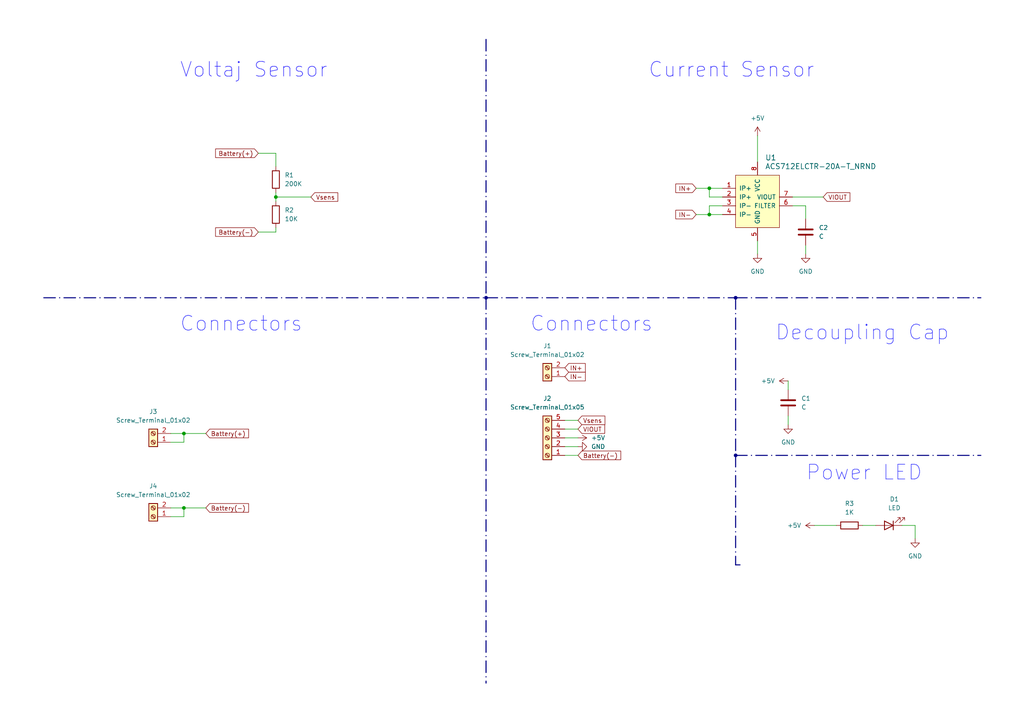
<source format=kicad_sch>
(kicad_sch (version 20230121) (generator eeschema)
  (paper "A4")
  (title_block (title "Power Sensor") (date "2023-12-25") (rev "V0.1") (company "ARCHE ROBOTICS"))
  (lib_symbols
    (symbol "Connector:Screw_Terminal_01x02" (pin_names (offset 1.016) hide)
      (property "Reference" "J" (at 0 2.54 0))
      (property "Value" "Screw_Terminal_01x02" (at 0 -5.08 0))
      (symbol "Screw_Terminal_01x02_1_1"
        (rectangle (start -1.27 1.27) (end 1.27 -3.81) (stroke (width 0.254)) (fill (type background)))
        (circle (center 0 -2.54) (radius 0.635) (stroke (width 0.1524)))
        (polyline (pts (xy -0.5334 -2.2098) (xy 0.3302 -3.048)) (stroke (width 0.1524)))
        (polyline (pts (xy -0.5334 0.3302) (xy 0.3302 -0.508)) (stroke (width 0.1524)))
        (polyline (pts (xy -0.3556 -2.032) (xy 0.508 -2.8702)) (stroke (width 0.1524)))
        (polyline (pts (xy -0.3556 0.508) (xy 0.508 -0.3302)) (stroke (width 0.1524)))
        (circle (center 0 0) (radius 0.635) (stroke (width 0.1524)))
        (pin passive line (at -5.08 0 0) (length 3.81) (name "Pin_1") (number "1"))
        (pin passive line (at -5.08 -2.54 0) (length 3.81) (name "Pin_2") (number "2"))
      )
    )
    (symbol "Connector:Screw_Terminal_01x05" (pin_names (offset 1.016) hide)
      (property "Reference" "J" (at 0 7.62 0))
      (property "Value" "Screw_Terminal_01x05" (at 0 -7.62 0))
      (symbol "Screw_Terminal_01x05_1_1"
        (rectangle (start -1.27 6.35) (end 1.27 -6.35) (stroke (width 0.254)) (fill (type background)))
        (circle (center 0 -5.08) (radius 0.635) (stroke (width 0.1524)))
        (circle (center 0 -2.54) (radius 0.635) (stroke (width 0.1524)))
        (polyline (pts (xy -0.5334 -4.7498) (xy 0.3302 -5.588)) (stroke (width 0.1524)))
        (polyline (pts (xy -0.5334 -2.2098) (xy 0.3302 -3.048)) (stroke (width 0.1524)))
        (polyline (pts (xy -0.5334 0.3302) (xy 0.3302 -0.508)) (stroke (width 0.1524)))
        (polyline (pts (xy -0.5334 2.8702) (xy 0.3302 2.032)) (stroke (width 0.1524)))
        (polyline (pts (xy -0.5334 5.4102) (xy 0.3302 4.572)) (stroke (width 0.1524)))
        (polyline (pts (xy -0.3556 -4.572) (xy 0.508 -5.4102)) (stroke (width 0.1524)))
        (polyline (pts (xy -0.3556 -2.032) (xy 0.508 -2.8702)) (stroke (width 0.1524)))
        (polyline (pts (xy -0.3556 0.508) (xy 0.508 -0.3302)) (stroke (width 0.1524)))
        (polyline (pts (xy -0.3556 3.048) (xy 0.508 2.2098)) (stroke (width 0.1524)))
        (polyline (pts (xy -0.3556 5.588) (xy 0.508 4.7498)) (stroke (width 0.1524)))
        (circle (center 0 0) (radius 0.635) (stroke (width 0.1524)))
        (circle (center 0 2.54) (radius 0.635) (stroke (width 0.1524)))
        (circle (center 0 5.08) (radius 0.635) (stroke (width 0.1524)))
        (pin passive line (at -5.08 5.08 0) (length 3.81) (name "Pin_1") (number "1"))
        (pin passive line (at -5.08 2.54 0) (length 3.81) (name "Pin_2") (number "2"))
        (pin passive line (at -5.08 0 0) (length 3.81) (name "Pin_3") (number "3"))
        (pin passive line (at -5.08 -2.54 0) (length 3.81) (name "Pin_4") (number "4"))
        (pin passive line (at -5.08 -5.08 0) (length 3.81) (name "Pin_5") (number "5"))
      )
    )
    (symbol "Device:C" (pin_numbers hide) (pin_names (offset 0.254))
      (property "Reference" "C" (at 0.635 2.54 0))
      (property "Value" "C" (at 0.635 -2.54 0))
      (symbol "C_0_1"
        (polyline (pts (xy -2.032 -0.762) (xy 2.032 -0.762)) (stroke (width 0.508)))
        (polyline (pts (xy -2.032 0.762) (xy 2.032 0.762)) (stroke (width 0.508)))
      )
      (symbol "C_1_1"
        (pin passive line (at 0 3.81 270) (length 2.794) (name "~") (number "1"))
        (pin passive line (at 0 -3.81 90) (length 2.794) (name "~") (number "2"))
      )
    )
    (symbol "Device:LED" (pin_numbers hide) (pin_names (offset 1.016) hide)
      (property "Reference" "D" (at 0 2.54 0))
      (property "Value" "LED" (at 0 -2.54 0))
      (symbol "LED_0_1"
        (polyline (pts (xy -1.27 -1.27) (xy -1.27 1.27)) (stroke (width 0.254)))
        (polyline (pts (xy -1.27 0) (xy 1.27 0)))
        (polyline (pts (xy 1.27 -1.27) (xy 1.27 1.27) (xy -1.27 0) (xy 1.27 -1.27)) (stroke (width 0.254)))
        (polyline (pts (xy -3.048 -0.762) (xy -4.572 -2.286) (xy -3.81 -2.286) (xy -4.572 -2.286) (xy -4.572 -1.524)))
        (polyline (pts (xy -1.778 -0.762) (xy -3.302 -2.286) (xy -2.54 -2.286) (xy -3.302 -2.286) (xy -3.302 -1.524)))
      )
      (symbol "LED_1_1"
        (pin passive line (at -3.81 0 0) (length 2.54) (name "K") (number "1"))
        (pin passive line (at 3.81 0 180) (length 2.54) (name "A") (number "2"))
      )
    )
    (symbol "Device:R" (pin_numbers hide) (pin_names (offset 0))
      (property "Reference" "R" (at 2.032 0 90))
      (property "Value" "R" (at 0 0 90))
      (symbol "R_0_1"
        (rectangle (start -1.016 -2.54) (end 1.016 2.54) (stroke (width 0.254)))
      )
      (symbol "R_1_1"
        (pin passive line (at 0 3.81 270) (length 1.27) (name "~") (number "1"))
        (pin passive line (at 0 -3.81 90) (length 1.27) (name "~") (number "2"))
      )
    )
    (symbol "dk_Current-Sensors:ACS712ELCTR-20A-T_NRND" (pin_names (offset 1.016))
      (property "Reference" "U" (at -5.08 7.62 0))
      (property "Value" "ACS712ELCTR-20A-T_NRND" (at 1.27 -10.16 0))
      (symbol "ACS712ELCTR-20A-T_NRND_1_1"
        (rectangle (start -6.35 6.35) (end 6.35 -8.89) (fill (type background)))
        (pin input line (at -10.16 2.54 0) (length 3.81) (name "IP+") (number "1"))
        (pin input line (at -10.16 0 0) (length 3.81) (name "IP+") (number "2"))
        (pin input line (at -10.16 -2.54 0) (length 3.81) (name "IP-") (number "3"))
        (pin input line (at -10.16 -5.08 0) (length 3.81) (name "IP-") (number "4"))
        (pin power_in line (at 0 -12.7 90) (length 3.81) (name "GND") (number "5"))
        (pin unspecified line (at 10.16 -2.54 180) (length 3.81) (name "FILTER") (number "6"))
        (pin output line (at 10.16 0 180) (length 3.81) (name "VIOUT") (number "7"))
        (pin power_in line (at 0 10.16 270) (length 3.81) (name "VCC") (number "8"))
      )
    )
    (symbol "power:+5V" (power) (pin_names (offset 0))
      (property "Value" "+5V" (at 0 3.556 0))
      (symbol "+5V_0_1"
        (polyline (pts (xy -0.762 1.27) (xy 0 2.54)))
        (polyline (pts (xy 0 0) (xy 0 2.54)))
        (polyline (pts (xy 0 2.54) (xy 0.762 1.27)))
      )
      (symbol "+5V_1_1"
        (pin power_in line (at 0 0 90) (length 0) hide (name "+5V") (number "1"))
      )
    )
    (symbol "power:GND" (power) (pin_names (offset 0))
      (property "Value" "GND" (at 0 -3.81 0))
      (symbol "GND_0_1"
        (polyline (pts (xy 0 0) (xy 0 -1.27) (xy 1.27 -1.27) (xy 0 -2.54) (xy -1.27 -1.27) (xy 0 -1.27)))
      )
      (symbol "GND_1_1"
        (pin power_in line (at 0 0 270) (length 0) hide (name "GND") (number "1"))
      )
    )
  )
  (junction (at 213.36 132.08))
  (junction (at 205.74 62.23))
  (junction (at 140.97 86.36))
  (junction (at 80.01 57.15))
  (junction (at 53.34 125.73))
  (junction (at 205.74 54.61))
  (junction (at 213.36 86.36))
  (junction (at 53.34 147.32))
  (wire (pts (xy 205.74 54.61) (xy 209.55 54.61)))
  (wire (pts (xy 209.55 59.69) (xy 205.74 59.69)))
  (bus (pts (xy 213.36 86.36) (xy 284.48 86.36)) (stroke (width 0) (type dash_dot)))
  (bus (pts (xy 213.36 163.83) (xy 214.63 163.83)) (stroke (width 0) (type dash_dot)))
  (wire (pts (xy 53.34 147.32) (xy 59.69 147.32)))
  (wire (pts (xy 49.53 128.27) (xy 53.34 128.27)))
  (bus (pts (xy 213.36 132.08) (xy 213.36 163.83)) (stroke (width 0) (type dash_dot)))
  (wire (pts (xy 53.34 125.73) (xy 59.69 125.73)))
  (wire (pts (xy 163.83 124.46) (xy 167.64 124.46)))
  (wire (pts (xy 228.6 110.49) (xy 228.6 113.03)))
  (wire (pts (xy 219.71 69.85) (xy 219.71 73.66)))
  (bus (pts (xy 140.97 86.36) (xy 140.97 198.12)) (stroke (width 0) (type dash_dot)))
  (wire (pts (xy 53.34 128.27) (xy 53.34 125.73)))
  (wire (pts (xy 49.53 147.32) (xy 53.34 147.32)))
  (bus (pts (xy 140.97 86.36) (xy 213.36 86.36)) (stroke (width 0) (type dash_dot)))
  (bus (pts (xy 140.97 11.43) (xy 140.97 86.36)) (stroke (width 0) (type dash_dot)))
  (wire (pts (xy 229.87 57.15) (xy 238.76 57.15)))
  (wire (pts (xy 209.55 57.15) (xy 205.74 57.15)))
  (wire (pts (xy 167.64 129.54) (xy 163.83 129.54)))
  (wire (pts (xy 205.74 59.69) (xy 205.74 62.23)))
  (wire (pts (xy 228.6 120.65) (xy 228.6 123.19)))
  (wire (pts (xy 80.01 57.15) (xy 80.01 58.42)))
  (wire (pts (xy 236.22 152.4) (xy 242.57 152.4)))
  (bus (pts (xy 213.36 132.08) (xy 284.48 132.08)) (stroke (width 0) (type dash_dot)))
  (wire (pts (xy 229.87 59.69) (xy 233.68 59.69)))
  (wire (pts (xy 261.62 152.4) (xy 265.43 152.4)))
  (wire (pts (xy 205.74 62.23) (xy 209.55 62.23)))
  (wire (pts (xy 167.64 127) (xy 163.83 127)))
  (wire (pts (xy 233.68 59.69) (xy 233.68 63.5)))
  (wire (pts (xy 167.64 132.08) (xy 163.83 132.08)))
  (bus (pts (xy 12.7 86.36) (xy 140.97 86.36)) (stroke (width 0) (type dash_dot)))
  (wire (pts (xy 219.71 39.37) (xy 219.71 46.99)))
  (wire (pts (xy 233.68 71.12) (xy 233.68 73.66)))
  (wire (pts (xy 265.43 152.4) (xy 265.43 156.21)))
  (wire (pts (xy 74.93 67.31) (xy 80.01 67.31)))
  (wire (pts (xy 201.93 54.61) (xy 205.74 54.61)))
  (wire (pts (xy 74.93 44.45) (xy 80.01 44.45)))
  (wire (pts (xy 80.01 44.45) (xy 80.01 48.26)))
  (wire (pts (xy 201.93 62.23) (xy 205.74 62.23)))
  (wire (pts (xy 80.01 55.88) (xy 80.01 57.15)))
  (wire (pts (xy 80.01 67.31) (xy 80.01 66.04)))
  (wire (pts (xy 250.19 152.4) (xy 254 152.4)))
  (wire (pts (xy 80.01 57.15) (xy 90.17 57.15)))
  (bus (pts (xy 213.36 86.36) (xy 213.36 132.08)) (stroke (width 0) (type dash_dot)))
  (wire (pts (xy 205.74 57.15) (xy 205.74 54.61)))
  (wire (pts (xy 49.53 125.73) (xy 53.34 125.73)))
  (wire (pts (xy 163.83 121.92) (xy 167.64 121.92)))
  (wire (pts (xy 49.53 149.86) (xy 53.34 149.86)))
  (wire (pts (xy 53.34 149.86) (xy 53.34 147.32)))
  (text "Connectors\n" (at 153.67 96.52 0) (effects (font (size 4.27 4.27)) (justify left bottom)))
  (text "Decoupling Cap" (at 224.79 99.06 0) (effects (font (size 4.27 4.27)) (justify left bottom)))
  (text "Power LED\n" (at 233.68 139.7 0) (effects (font (size 4.27 4.27)) (justify left bottom)))
  (text "Voltaj Sensor" (at 52.07 22.86 0) (effects (font (size 4.27 4.27)) (justify left bottom)))
  (text "Connectors\n" (at 52.07 96.52 0) (effects (font (size 4.27 4.27)) (justify left bottom)))
  (text "Current Sensor" (at 187.96 22.86 0) (effects (font (size 4.27 4.27)) (justify left bottom)))
  (global_label "Battery(-)" (shape input) (at 74.93 67.31 180) (property "Intersheetrefs" "${INTERSHEET_REFS}" (effects hide)))
  (global_label "IN+" (shape input) (at 201.93 54.61 180) (property "Intersheetrefs" "${INTERSHEET_REFS}" (effects hide)))
  (global_label "VIOUT" (shape input) (at 167.64 124.46 0) (property "Intersheetrefs" "${INTERSHEET_REFS}" (effects hide)))
  (global_label "Battery(-)" (shape input) (at 167.64 132.08 0) (property "Intersheetrefs" "${INTERSHEET_REFS}" (effects hide)))
  (global_label "Vsens" (shape input) (at 90.17 57.15 0) (property "Intersheetrefs" "${INTERSHEET_REFS}" (effects hide)))
  (global_label "Battery(+)" (shape input) (at 59.69 125.73 0) (property "Intersheetrefs" "${INTERSHEET_REFS}" (effects hide)))
  (global_label "VIOUT" (shape input) (at 238.76 57.15 0) (property "Intersheetrefs" "${INTERSHEET_REFS}" (effects hide)))
  (global_label "Battery(+)" (shape input) (at 74.93 44.45 180) (property "Intersheetrefs" "${INTERSHEET_REFS}" (effects hide)))
  (global_label "IN-" (shape input) (at 201.93 62.23 180) (property "Intersheetrefs" "${INTERSHEET_REFS}" (effects hide)))
  (global_label "Vsens" (shape input) (at 167.64 121.92 0) (property "Intersheetrefs" "${INTERSHEET_REFS}" (effects hide)))
  (global_label "IN-" (shape input) (at 163.83 109.22 0) (property "Intersheetrefs" "${INTERSHEET_REFS}" (effects hide)))
  (global_label "IN+" (shape input) (at 163.83 106.68 0) (property "Intersheetrefs" "${INTERSHEET_REFS}" (effects hide)))
  (global_label "Battery(-)" (shape input) (at 59.69 147.32 0) (property "Intersheetrefs" "${INTERSHEET_REFS}" (effects hide)))
  (symbol (lib_id "power:GND") (at 167.64 129.54 90) (unit 1)
    (property "Reference" "#PWR09" (effects hide))
    (property "Value" "GND" (at 171.45 129.54 90) (effects (justify right)))
  )
  (symbol (lib_id "Device:R") (at 246.38 152.4 90) (unit 1)
    (property "Reference" "R3" (at 246.38 146.05 90))
    (property "Value" "1K" (at 246.38 148.59 90))
  )
  (symbol (lib_id "power:GND") (at 219.71 73.66 0) (unit 1)
    (property "Reference" "#PWR05" (effects hide))
    (property "Value" "GND" (at 219.71 78.74 0))
  )
  (symbol (lib_id "Device:LED") (at 257.81 152.4 180) (unit 1)
    (property "Reference" "D1" (at 259.3975 144.78 0))
    (property "Value" "LED" (at 259.3975 147.32 0))
  )
  (symbol (lib_id "Connector:Screw_Terminal_01x02") (at 44.45 128.27 180) (unit 1)
    (property "Reference" "J3" (at 44.45 119.38 0))
    (property "Value" "Screw_Terminal_01x02" (at 44.45 121.92 0))
  )
  (symbol (lib_id "Device:R") (at 80.01 62.23 0) (unit 1)
    (property "Reference" "R2" (at 82.55 60.96 0) (effects (justify left)))
    (property "Value" "10K" (at 82.55 63.5 0) (effects (justify left)))
  )
  (symbol (lib_id "power:+5V") (at 236.22 152.4 90) (unit 1)
    (property "Reference" "#PWR04" (effects hide))
    (property "Value" "+5V" (at 232.41 152.4 90) (effects (justify left)))
  )
  (symbol (lib_id "Connector:Screw_Terminal_01x05") (at 158.75 127 180) (unit 1)
    (property "Reference" "J2" (at 158.75 115.57 0))
    (property "Value" "Screw_Terminal_01x05" (at 158.75 118.11 0))
  )
  (symbol (lib_id "Device:C") (at 233.68 67.31 0) (unit 1)
    (property "Reference" "C2" (at 237.49 66.04 0) (effects (justify left)))
    (property "Value" "C" (at 237.49 68.58 0) (effects (justify left)))
  )
  (symbol (lib_id "Device:C") (at 228.6 116.84 0) (unit 1)
    (property "Reference" "C1" (at 232.41 115.57 0) (effects (justify left)))
    (property "Value" "C" (at 232.41 118.11 0) (effects (justify left)))
  )
  (symbol (lib_id "power:+5V") (at 228.6 110.49 90) (unit 1)
    (property "Reference" "#PWR02" (effects hide))
    (property "Value" "+5V" (at 224.79 110.49 90) (effects (justify left)))
  )
  (symbol (lib_id "Connector:Screw_Terminal_01x02") (at 44.45 149.86 180) (unit 1)
    (property "Reference" "J4" (at 44.45 140.97 0))
    (property "Value" "Screw_Terminal_01x02" (at 44.45 143.51 0))
  )
  (symbol (lib_id "power:GND") (at 265.43 156.21 0) (unit 1)
    (property "Reference" "#PWR03" (effects hide))
    (property "Value" "GND" (at 265.43 161.29 0))
  )
  (symbol (lib_id "power:GND") (at 228.6 123.19 0) (unit 1)
    (property "Reference" "#PWR01" (effects hide))
    (property "Value" "GND" (at 228.6 128.27 0))
  )
  (symbol (lib_id "power:+5V") (at 167.64 127 270) (unit 1)
    (property "Reference" "#PWR08" (effects hide))
    (property "Value" "+5V" (at 171.45 127 90) (effects (justify left)))
  )
  (symbol (lib_id "Connector:Screw_Terminal_01x02") (at 158.75 109.22 180) (unit 1)
    (property "Reference" "J1" (at 158.75 100.33 0))
    (property "Value" "Screw_Terminal_01x02" (at 158.75 102.87 0))
    (property "Footprint" "TerminalBlock:TerminalBlock_Altech_AK300-2_P5.00mm" (effects hide))
  )
  (symbol (lib_id "power:GND") (at 233.68 73.66 0) (unit 1)
    (property "Reference" "#PWR06" (effects hide))
    (property "Value" "GND" (at 233.68 78.74 0))
  )
  (symbol (lib_id "power:+5V") (at 219.71 39.37 0) (unit 1)
    (property "Reference" "#PWR07" (effects hide))
    (property "Value" "+5V" (at 219.71 34.29 0))
  )
  (symbol (lib_id "dk_Current-Sensors:ACS712ELCTR-20A-T_NRND") (at 219.71 57.15 0) (unit 1)
    (property "Reference" "U1" (at 221.9041 45.72 0) (effects (font (size 1.524 1.524)) (justify left)))
    (property "Value" "ACS712ELCTR-20A-T_NRND" (at 221.9041 48.26 0) (effects (font (size 1.524 1.524)) (justify left)))
    (property "Footprint" "Package_SO:SOIC-8_3.9x4.9mm_P1.27mm" (effects hide))
    (property "Datasheet" "https://www.allegromicro.com/~/media/Files/Datasheets/ACS712-Datasheet.ashx" (effects hide))
    (property "Digi-Key_PN" "620-1190-1-ND" (effects hide))
    (property "MPN" "ACS712ELCTR-20A-T" (effects hide))
    (property "Category" "Sensors, Transducers" (effects hide))
    (property "Family" "Current Sensors" (effects hide))
    (property "DK_Datasheet_Link" "https://www.allegromicro.com/~{/media/Files/Datasheets/ACS712-Datasheet.ashx}" (effects hide))
    (property "DK_Detail_Page" "/product-detail/en/allegro-microsystems-llc/ACS712ELCTR-20A-T/620-1190-1-ND/1284607" (effects hide))
    (property "Description" "SENSOR CURRENT HALL 20A AC/DC" (effects hide))
    (property "Manufacturer" "Allegro MicroSystems, LLC" (effects hide))
    (property "Status" "Not For New Designs" (effects hide))
  )
  (symbol (lib_id "Device:R") (at 80.01 52.07 0) (unit 1)
    (property "Reference" "R1" (at 82.55 50.8 0) (effects (justify left)))
    (property "Value" "200K" (at 82.55 53.34 0) (effects (justify left)))
  )
)
</source>
